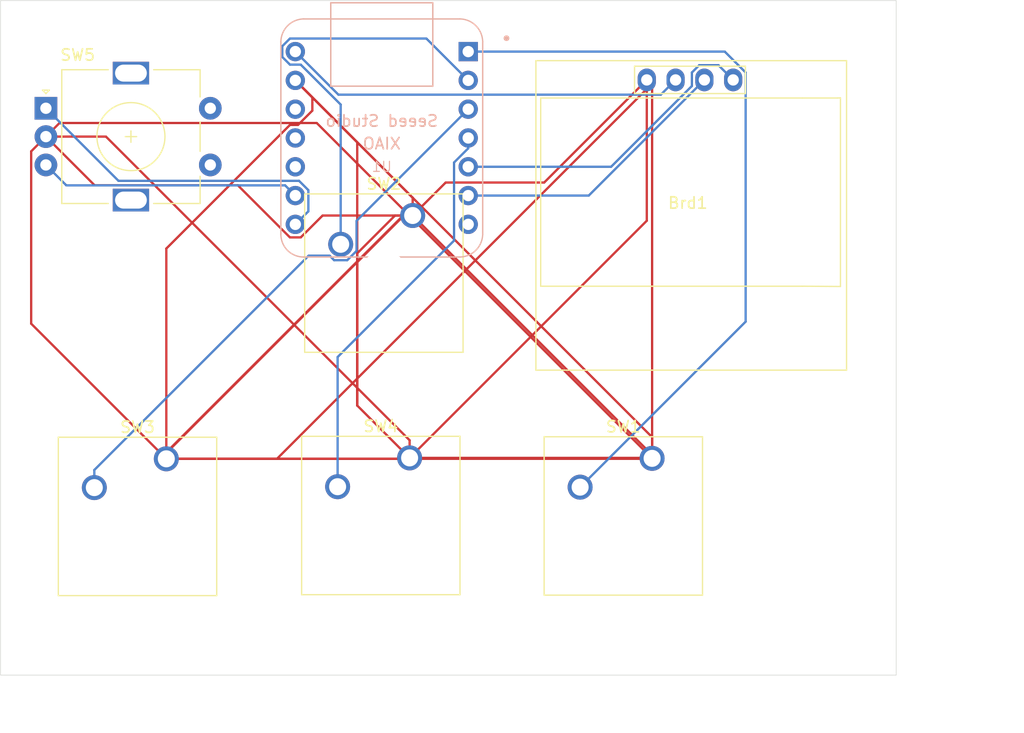
<source format=kicad_pcb>
(kicad_pcb (version 20240108) (generator "pcbnew") (generator_version "8.0")
  (layers (0 "F.Cu" signal) (31 "B.Cu" signal) (34 "B.Paste" user) (35 "F.Paste" user) (36 "B.SilkS" user "B.Silkscreen") (37 "F.SilkS" user "F.Silkscreen") (38 "B.Mask" user) (39 "F.Mask" user) (44 "Edge.Cuts" user))
  (net 0 "")
  (net 1 "SCL")
  (net 2 "SDA")
  (net 3 "GND")
  (net 4 "VCC")
  (net 5 "LED")
  (net 6 "1")
  (net 7 "2")
  (net 8 "3")
  (net 9 "4")
  (net 10 "A")
  (net 11 "B")
  (net 12 "5")
  (footprint "Button_Switch_Keyboard:SW_Cherry_MX_1.00u_PCB" (layer "F.Cu") (at 39.12 59.42)
    (property "Reference" "SW3" (at -2.54 -2.794 0) (layer "F.SilkS"))
    (property "Value" "SW_Push")
    (fp_line (start -9.525 -1.905) (end 4.445 -1.905) (stroke (width 0.12)) (layer "F.SilkS"))
    (fp_line (start -9.525 12.065) (end -9.525 -1.905) (stroke (width 0.12)) (layer "F.SilkS"))
    (fp_line (start 4.445 -1.905) (end 4.445 12.065) (stroke (width 0.12)) (layer "F.SilkS"))
    (fp_line (start 4.445 12.065) (end -9.525 12.065) (stroke (width 0.12)) (layer "F.SilkS"))
    (pad "" np_thru_hole circle (at -7.62 5.08) (size 1.7 1.7) (drill 1.7) (layers "*.Cu" "*.Mask"))
    (pad "" np_thru_hole circle (at -2.54 5.08) (size 4 4) (drill 4) (layers "*.Cu" "*.Mask"))
    (pad "" np_thru_hole circle (at 2.54 5.08) (size 1.7 1.7) (drill 1.7) (layers "*.Cu" "*.Mask"))
    (pad "1" thru_hole circle (at 0 0) (size 2.2 2.2) (drill 1.5) (layers "*.Cu" "*.Mask") (net 3 "GND"))
    (pad "2" thru_hole circle (at -6.35 2.54) (size 2.2 2.2) (drill 1.5) (layers "*.Cu" "*.Mask") (net 8 "3"))
  )
  (footprint "Rotary_Encoder:RotaryEncoder_Alps_EC11E-Switch_Vertical_H20mm" (layer "F.Cu") (at 28.5 28.5)
    (property "Reference" "SW5" (at 2.8 -4.7 0) (layer "F.SilkS"))
    (property "Value" "RotaryEncoder")
    (fp_line (start -0.3 -1.6) (end 0.3 -1.6) (stroke (width 0.12)) (layer "F.SilkS"))
    (fp_line (start 0 -1.3) (end -0.3 -1.6) (stroke (width 0.12)) (layer "F.SilkS"))
    (fp_line (start 0.3 -1.6) (end 0 -1.3) (stroke (width 0.12)) (layer "F.SilkS"))
    (fp_line (start 1.4 -3.4) (end 1.4 8.4) (stroke (width 0.12)) (layer "F.SilkS"))
    (fp_line (start 5.5 -3.4) (end 1.4 -3.4) (stroke (width 0.12)) (layer "F.SilkS"))
    (fp_line (start 5.5 8.4) (end 1.4 8.4) (stroke (width 0.12)) (layer "F.SilkS"))
    (fp_line (start 7 2.5) (end 8 2.5) (stroke (width 0.12)) (layer "F.SilkS"))
    (fp_line (start 7.5 2) (end 7.5 3) (stroke (width 0.12)) (layer "F.SilkS"))
    (fp_line (start 9.5 -3.4) (end 13.6 -3.4) (stroke (width 0.12)) (layer "F.SilkS"))
    (fp_line (start 13.6 -3.4) (end 13.6 -1) (stroke (width 0.12)) (layer "F.SilkS"))
    (fp_line (start 13.6 1.2) (end 13.6 3.8) (stroke (width 0.12)) (layer "F.SilkS"))
    (fp_line (start 13.6 6) (end 13.6 8.4) (stroke (width 0.12)) (layer "F.SilkS"))
    (fp_line (start 13.6 8.4) (end 9.5 8.4) (stroke (width 0.12)) (layer "F.SilkS"))
    (fp_circle (center 7.5 2.5) (end 10.5 2.5) (stroke (width 0.12)) (fill none) (layer "F.SilkS"))
    (pad "A" thru_hole rect (at 0 0) (size 2 2) (drill 1) (layers "*.Cu" "*.Mask") (net 10 "A"))
    (pad "B" thru_hole circle (at 0 5) (size 2 2) (drill 1) (layers "*.Cu" "*.Mask") (net 11 "B"))
    (pad "C" thru_hole circle (at 0 2.5) (size 2 2) (drill 1) (layers "*.Cu" "*.Mask") (net 3 "GND"))
    (pad "MP" thru_hole rect (at 7.5 -3.1) (size 3.2 2) (drill oval 2.8 1.5) (layers "*.Cu" "*.Mask"))
    (pad "MP" thru_hole rect (at 7.5 8.1) (size 3.2 2) (drill oval 2.8 1.5) (layers "*.Cu" "*.Mask"))
    (pad "S1" thru_hole circle (at 14.5 5) (size 2 2) (drill 1) (layers "*.Cu" "*.Mask"))
    (pad "S2" thru_hole circle (at 14.5 0) (size 2 2) (drill 1) (layers "*.Cu" "*.Mask"))
  )
  (footprint "Button_Switch_Keyboard:SW_Cherry_MX_1.00u_PCB" (layer "F.Cu") (at 60.85 37.96)
    (property "Reference" "SW2" (at -2.54 -2.794 0) (layer "F.SilkS"))
    (property "Value" "SW_Push")
    (fp_line (start -9.525 -1.905) (end 4.445 -1.905) (stroke (width 0.12)) (layer "F.SilkS"))
    (fp_line (start -9.525 12.065) (end -9.525 -1.905) (stroke (width 0.12)) (layer "F.SilkS"))
    (fp_line (start 4.445 -1.905) (end 4.445 12.065) (stroke (width 0.12)) (layer "F.SilkS"))
    (fp_line (start 4.445 12.065) (end -9.525 12.065) (stroke (width 0.12)) (layer "F.SilkS"))
    (pad "" np_thru_hole circle (at -7.62 5.08) (size 1.7 1.7) (drill 1.7) (layers "*.Cu" "*.Mask"))
    (pad "" np_thru_hole circle (at -2.54 5.08) (size 4 4) (drill 4) (layers "*.Cu" "*.Mask"))
    (pad "" np_thru_hole circle (at 2.54 5.08) (size 1.7 1.7) (drill 1.7) (layers "*.Cu" "*.Mask"))
    (pad "1" thru_hole circle (at 0 0) (size 2.2 2.2) (drill 1.5) (layers "*.Cu" "*.Mask") (net 3 "GND"))
    (pad "2" thru_hole circle (at -6.35 2.54) (size 2.2 2.2) (drill 1.5) (layers "*.Cu" "*.Mask") (net 7 "2"))
  )
  (footprint "Button_Switch_Keyboard:SW_Cherry_MX_1.00u_PCB" (layer "F.Cu") (at 60.58 59.34)
    (property "Reference" "SW4" (at -2.54 -2.794 0) (layer "F.SilkS"))
    (property "Value" "SW_Push")
    (fp_line (start -9.525 -1.905) (end 4.445 -1.905) (stroke (width 0.12)) (layer "F.SilkS"))
    (fp_line (start -9.525 12.065) (end -9.525 -1.905) (stroke (width 0.12)) (layer "F.SilkS"))
    (fp_line (start 4.445 -1.905) (end 4.445 12.065) (stroke (width 0.12)) (layer "F.SilkS"))
    (fp_line (start 4.445 12.065) (end -9.525 12.065) (stroke (width 0.12)) (layer "F.SilkS"))
    (pad "" np_thru_hole circle (at -7.62 5.08) (size 1.7 1.7) (drill 1.7) (layers "*.Cu" "*.Mask"))
    (pad "" np_thru_hole circle (at -2.54 5.08) (size 4 4) (drill 4) (layers "*.Cu" "*.Mask"))
    (pad "" np_thru_hole circle (at 2.54 5.08) (size 1.7 1.7) (drill 1.7) (layers "*.Cu" "*.Mask"))
    (pad "1" thru_hole circle (at 0 0) (size 2.2 2.2) (drill 1.5) (layers "*.Cu" "*.Mask") (net 3 "GND"))
    (pad "2" thru_hole circle (at -6.35 2.54) (size 2.2 2.2) (drill 1.5) (layers "*.Cu" "*.Mask") (net 9 "4"))
  )
  (footprint "Button_Switch_Keyboard:SW_Cherry_MX_1.00u_PCB" (layer "F.Cu") (at 81.97 59.38)
    (property "Reference" "SW1" (at -2.54 -2.794 0) (layer "F.SilkS"))
    (property "Value" "SW_Push")
    (fp_line (start -9.525 -1.905) (end 4.445 -1.905) (stroke (width 0.12)) (layer "F.SilkS"))
    (fp_line (start -9.525 12.065) (end -9.525 -1.905) (stroke (width 0.12)) (layer "F.SilkS"))
    (fp_line (start 4.445 -1.905) (end 4.445 12.065) (stroke (width 0.12)) (layer "F.SilkS"))
    (fp_line (start 4.445 12.065) (end -9.525 12.065) (stroke (width 0.12)) (layer "F.SilkS"))
    (pad "" np_thru_hole circle (at -7.62 5.08) (size 1.7 1.7) (drill 1.7) (layers "*.Cu" "*.Mask"))
    (pad "" np_thru_hole circle (at -2.54 5.08) (size 4 4) (drill 4) (layers "*.Cu" "*.Mask"))
    (pad "" np_thru_hole circle (at 2.54 5.08) (size 1.7 1.7) (drill 1.7) (layers "*.Cu" "*.Mask"))
    (pad "1" thru_hole circle (at 0 0) (size 2.2 2.2) (drill 1.5) (layers "*.Cu" "*.Mask") (net 3 "GND"))
    (pad "2" thru_hole circle (at -6.35 2.54) (size 2.2 2.2) (drill 1.5) (layers "*.Cu" "*.Mask") (net 6 "1"))
  )
  (footprint "SSD1306:128x64OLED" (layer "F.Cu") (at 85.12 36.6)
    (property "Reference" "Brd1" (at 0 0.254 0) (layer "F.SilkS"))
    (property "Value" "SSD1306")
    (fp_line (start -13.4 -12.3) (end 14 -12.3) (stroke (width 0.12)) (layer "F.SilkS"))
    (fp_line (start -13.4 15) (end -13.4 -12.3) (stroke (width 0.12)) (layer "F.SilkS"))
    (fp_line (start -12.978 -9.005) (end 10.122 -9.005) (stroke (width 0.12)) (layer "F.SilkS"))
    (fp_line (start -12.978 7.595) (end -12.978 -9.005) (stroke (width 0.12)) (layer "F.SilkS"))
    (fp_line (start -4.699 -11.811) (end -4.699 -9.398) (stroke (width 0.12)) (layer "F.SilkS"))
    (fp_line (start -4.699 -11.811) (end 5.08 -11.811) (stroke (width 0.12)) (layer "F.SilkS"))
    (fp_line (start 5.08 -11.811) (end 5.08 -9.398) (stroke (width 0.12)) (layer "F.SilkS"))
    (fp_line (start 5.08 -9.398) (end -4.699 -9.398) (stroke (width 0.12)) (layer "F.SilkS"))
    (fp_line (start 10.122 -9.005) (end 13.208 -9.005) (stroke (width 0.12)) (layer "F.SilkS"))
    (fp_line (start 10.122 7.595) (end -12.978 7.595) (stroke (width 0.12)) (layer "F.SilkS"))
    (fp_line (start 10.122 7.595) (end 13.462 7.62) (stroke (width 0.12)) (layer "F.SilkS"))
    (fp_line (start 13.462 -9.017) (end 13.208 -9.005) (stroke (width 0.12)) (layer "F.SilkS"))
    (fp_line (start 13.462 7.62) (end 13.462 -9.017) (stroke (width 0.12)) (layer "F.SilkS"))
    (fp_line (start 14 -12.3) (end 14 15) (stroke (width 0.12)) (layer "F.SilkS"))
    (fp_line (start 14 15) (end -13.4 15) (stroke (width 0.12)) (layer "F.SilkS"))
    (pad "1" thru_hole oval (at -3.62 -10.6 90) (size 2 1.6) (drill 1) (layers "*.Cu" "*.Mask") (net 3 "GND"))
    (pad "2" thru_hole oval (at -1.08 -10.6 90) (size 2 1.6) (drill 1) (layers "*.Cu" "*.Mask") (net 4 "VCC"))
    (pad "3" thru_hole oval (at 1.46 -10.6 90) (size 2 1.6) (drill 1) (layers "*.Cu" "*.Mask") (net 1 "SCL"))
    (pad "4" thru_hole oval (at 4 -10.6 90) (size 2 1.6) (drill 1) (layers "*.Cu" "*.Mask") (net 2 "SDA"))
  )
  (footprint "Seeed Studio XIAO Series Library:XIAO-Generic-Thruhole-14P-2.54-21X17.8MM" (layer "B.Cu") (at 58.125 31.12 180)
    (property "Reference" "U1" (at 0 -2.54 0) (layer "B.SilkS") (effects (font (size 0.889 0.889) (thickness 0.1016)) (justify mirror)))
    (property "Value" "Seeed Studio XIAO SAMD21" (hide yes))
    (fp_line (start 8.9 8.5) (end 8.9 -8.5) (stroke (width 0.127)) (layer "B.SilkS"))
    (fp_line (start 6.9 -10.5) (end -6.9 -10.5) (stroke (width 0.127)) (layer "B.SilkS"))
    (fp_line (start 4.5 11.92403) (end -4.5 11.92403) (stroke (width 0.127)) (layer "B.SilkS"))
    (fp_line (start 4.5 4.57073) (end 4.5 11.92403) (stroke (width 0.127)) (layer "B.SilkS"))
    (fp_line (start -4.5 11.92403) (end -4.5 4.57073) (stroke (width 0.127)) (layer "B.SilkS"))
    (fp_line (start -4.5 4.57073) (end 4.5 4.57073) (stroke (width 0.127)) (layer "B.SilkS"))
    (fp_line (start -6.9 10.49909) (end 6.9 10.49909) (stroke (width 0.127)) (layer "B.SilkS"))
    (fp_line (start -8.9 -8.5) (end -8.9 8.5) (stroke (width 0.127)) (layer "B.SilkS"))
    (fp_arc (start 8.9 8.5) (mid 8.301492 9.901492) (end 6.9 10.5) (stroke (width 0.12)) (layer "B.SilkS"))
    (fp_arc (start 6.9 -10.5) (mid 8.314214 -9.914214) (end 8.9 -8.5) (stroke (width 0.12)) (layer "B.SilkS"))
    (fp_arc (start -6.9 10.5) (mid -8.301491 9.901491) (end -8.9 8.5) (stroke (width 0.12)) (layer "B.SilkS"))
    (fp_arc (start -8.9 -8.5) (mid -8.301423 -9.901423) (end -6.9 -10.5) (stroke (width 0.12)) (layer "B.SilkS"))
    (fp_circle (center -11 8.8) (end -11 9.054) (fill solid) (layer "B.SilkS"))
    (fp_poly (pts (xy -8.887715 8.561705) (xy -8.884667 8.610473) (xy -8.880603 8.659494)) (stroke (width 0.0254)) (fill none) (layer "B.SilkS"))
    (fp_poly (pts (xy 8.889492 -8.521574) (xy 8.887713 -8.57085) (xy 8.884665 -8.619618) (xy 8.880601 -8.668639) (xy 8.875268 -8.717407) (xy 8.868664 -8.766175) (xy 8.861044 -8.81469) (xy 8.852153 -8.86295) (xy 8.842248 -8.910955)) (stroke (width 0.0254)) (fill none) (layer "B.SilkS"))
    (fp_text user "XIAO" (at 0 -0.5 0) (layer "B.SilkS") (effects (justify mirror)))
    (fp_text user "Seeed Studio" (at 0 1.5 0) (layer "B.SilkS") (effects (justify mirror)))
    (pad "1" thru_hole rect (at -7.625 7.62 180) (size 1.7 1.7) (drill 1) (layers "*.Cu" "*.Mask") (net 6 "1"))
    (pad "2" thru_hole circle (at -7.625 5.08 180) (size 1.7 1.7) (drill 1) (layers "*.Cu" "*.Mask") (net 7 "2"))
    (pad "3" thru_hole circle (at -7.625 2.54 180) (size 1.7 1.7) (drill 1) (layers "*.Cu" "*.Mask") (net 8 "3"))
    (pad "4" thru_hole circle (at -7.625 0 180) (size 1.7 1.7) (drill 1) (layers "*.Cu" "*.Mask") (net 9 "4"))
    (pad "5" thru_hole circle (at -7.625 -2.54 180) (size 1.7 1.7) (drill 1) (layers "*.Cu" "*.Mask") (net 2 "SDA"))
    (pad "6" thru_hole circle (at -7.625 -5.08) (size 1.7 1.7) (drill 1) (layers "*.Cu" "*.Mask") (net 1 "SCL"))
    (pad "7" thru_hole circle (at -7.625 -7.62 180) (size 1.7 1.7) (drill 1) (layers "*.Cu" "*.Mask") (net 12 "5"))
    (pad "8" thru_hole circle (at 7.625 -7.62 180) (size 1.7 1.7) (drill 1) (layers "*.Cu" "*.Mask") (net 10 "A"))
    (pad "9" thru_hole circle (at 7.625 -5.08 180) (size 1.7 1.7) (drill 1) (layers "*.Cu" "*.Mask") (net 11 "B"))
    (pad "10" thru_hole circle (at 7.625 -2.54 180) (size 1.7 1.7) (drill 1) (layers "*.Cu" "*.Mask"))
    (pad "11" thru_hole circle (at 7.625 0 180) (size 1.7 1.7) (drill 1) (layers "*.Cu" "*.Mask") (net 5 "LED"))
    (pad "12" thru_hole circle (at 7.625 2.54 180) (size 1.7 1.7) (drill 1) (layers "*.Cu" "*.Mask"))
    (pad "13" thru_hole circle (at 7.625 5.08 180) (size 1.7 1.7) (drill 1) (layers "*.Cu" "*.Mask") (net 3 "GND"))
    (pad "14" thru_hole circle (at 7.625 7.62 180) (size 1.7 1.7) (drill 1) (layers "*.Cu" "*.Mask") (net 4 "VCC"))
  )
  (gr_rect (start 24.5 19) (end 103.5 78.5) (stroke (width 0.05)) (fill none) (layer "Edge.Cuts"))
  (segment (start 76.38 36.2) (end 86.58 26) (width 0.2) (layer "B.Cu") (net 1))
  (segment (start 65.75 36.2) (end 76.38 36.2) (width 0.2) (layer "B.Cu") (net 1))
  (segment (start 85.48 26.534314) (end 85.48 25.344365) (width 0.2) (layer "B.Cu") (net 2))
  (segment (start 87.82 24.7) (end 89.12 26) (width 0.2) (layer "B.Cu") (net 2))
  (segment (start 78.354314 33.66) (end 85.48 26.534314) (width 0.2) (layer "B.Cu") (net 2))
  (segment (start 85.48 25.344365) (end 86.124365 24.7) (width 0.2) (layer "B.Cu") (net 2))
  (segment (start 65.75 33.66) (end 78.354314 33.66) (width 0.2) (layer "B.Cu") (net 2))
  (segment (start 86.124365 24.7) (end 87.82 24.7) (width 0.2) (layer "B.Cu") (net 2))
  (segment (start 55.96 54.72) (end 55.96 42.066598) (width 0.2) (layer "F.Cu") (net 3))
  (segment (start 60.85 37.96) (end 81.97 59.08) (width 0.2) (layer "F.Cu") (net 3))
  (segment (start 39.12 59.42) (end 81.93 59.42) (width 0.2) (layer "F.Cu") (net 3))
  (segment (start 81.97 59.08) (end 81.97 59.38) (width 0.2) (layer "F.Cu") (net 3))
  (segment (start 50.976346 39.89) (end 50.023654 39.89) (width 0.2) (layer "F.Cu") (net 3))
  (segment (start 60.85 37.96) (end 59.294366 37.96) (width 0.2) (layer "F.Cu") (net 3))
  (segment (start 60.85 37.96) (end 63.76 35.05) (width 0.2) (layer "F.Cu") (net 3))
  (segment (start 50.023654 39.89) (end 45.433654 35.3) (width 0.2) (layer "F.Cu") (net 3))
  (segment (start 33.795634 31) (end 28.5 31) (width 0.2) (layer "F.Cu") (net 3))
  (segment (start 32.8 35.3) (end 28.5 31) (width 0.2) (layer "F.Cu") (net 3))
  (segment (start 81.5 38.42) (end 81.5 26) (width 0.2) (layer "F.Cu") (net 3))
  (segment (start 81.97 26.47) (end 81.5 26) (width 0.2) (layer "F.Cu") (net 3))
  (segment (start 55.96 41.294366) (end 55.96 54.72) (width 0.2) (layer "F.Cu") (net 3))
  (segment (start 60.58 59.34) (end 60.58 57.784366) (width 0.2) (layer "F.Cu") (net 3))
  (segment (start 81.5 26.8) (end 81.5 26) (width 0.2) (layer "F.Cu") (net 3))
  (segment (start 60.58 59.34) (end 81.5 38.42) (width 0.2) (layer "F.Cu") (net 3))
  (segment (start 29.7 29.8) (end 28.5 31) (width 0.2) (layer "F.Cu") (net 3))
  (segment (start 52 27.54) (end 50.5 26.04) (width 0.2) (layer "F.Cu") (net 3))
  (segment (start 39.12 59.42) (end 60.5 59.42) (width 0.2) (layer "F.Cu") (net 3))
  (segment (start 52 28.706346) (end 52 27.54) (width 0.2) (layer "F.Cu") (net 3))
  (segment (start 81.97 59.38) (end 81.97 57.51) (width 0.2) (layer "F.Cu") (net 3))
  (segment (start 55.96 54.72) (end 60.58 59.34) (width 0.2) (layer "F.Cu") (net 3))
  (segment (start 60.85 37.96) (end 60.85 36.39) (width 0.2) (layer "F.Cu") (net 3))
  (segment (start 59.294366 37.96) (end 55.96 41.294366) (width 0.2) (layer "F.Cu") (net 3))
  (segment (start 81.93 59.42) (end 81.97 59.38) (width 0.2) (layer "F.Cu") (net 3))
  (segment (start 39.12 40.873654) (end 50.023654 29.97) (width 0.2) (layer "F.Cu") (net 3))
  (segment (start 50.023654 29.97) (end 50.736346 29.97) (width 0.2) (layer "F.Cu") (net 3))
  (segment (start 60.007056 37.96) (end 39.12 58.847056) (width 0.2) (layer "F.Cu") (net 3))
  (segment (start 39.12 58.906598) (end 60.066598 37.96) (width 0.2) (layer "F.Cu") (net 3))
  (segment (start 60.066598 37.96) (end 60.85 37.96) (width 0.2) (layer "F.Cu") (net 3))
  (segment (start 39.12 59.42) (end 27.2 47.5) (width 0.2) (layer "F.Cu") (net 3))
  (segment (start 27.2 47.5) (end 27.2 32.3) (width 0.2) (layer "F.Cu") (net 3))
  (segment (start 55.96 42.066598) (end 60.066598 37.96) (width 0.2) (layer "F.Cu") (net 3))
  (segment (start 52.906346 37.96) (end 50.976346 39.89) (width 0.2) (layer "F.Cu") (net 3))
  (segment (start 60.85 37.96) (end 60.007056 37.96) (width 0.2) (layer "F.Cu") (net 3))
  (segment (start 60.5 59.42) (end 60.58 59.34) (width 0.2) (layer "F.Cu") (net 3))
  (segment (start 81.97 59.38) (end 81.97 26.47) (width 0.2) (layer "F.Cu") (net 3))
  (segment (start 60.58 59.34) (end 81.93 59.34) (width 0.2) (layer "F.Cu") (net 3))
  (segment (start 60.58 57.784366) (end 33.795634 31) (width 0.2) (layer "F.Cu") (net 3))
  (segment (start 52.39 29.8) (end 29.7 29.8) (width 0.2) (layer "F.Cu") (net 3))
  (segment (start 39.12 58.847056) (end 39.12 59.42) (width 0.2) (layer "F.Cu") (net 3))
  (segment (start 60.85 37.96) (end 52.906346 37.96) (width 0.2) (layer "F.Cu") (net 3))
  (segment (start 81.93 59.34) (end 81.97 59.38) (width 0.2) (layer "F.Cu") (net 3))
  (segment (start 39.12 59.42) (end 39.12 40.873654) (width 0.2) (layer "F.Cu") (net 3))
  (segment (start 63.76 35.05) (end 72.45 35.05) (width 0.2) (layer "F.Cu") (net 3))
  (segment (start 39.12 59.42) (end 48.88 59.42) (width 0.2) (layer "F.Cu") (net 3))
  (segment (start 50.736346 29.97) (end 52 28.706346) (width 0.2) (layer "F.Cu") (net 3))
  (segment (start 81.97 59.38) (end 52.39 29.8) (width 0.2) (layer "F.Cu") (net 3))
  (segment (start 27.2 32.3) (end 28.5 31) (width 0.2) (layer "F.Cu") (net 3))
  (segment (start 55.96 54.72) (end 55.96 31.5) (width 0.2) (layer "F.Cu") (net 3))
  (segment (start 55.96 31.5) (end 50.5 26.04) (width 0.2) (layer "F.Cu") (net 3))
  (segment (start 45.433654 35.3) (end 32.8 35.3) (width 0.2) (layer "F.Cu") (net 3))
  (segment (start 48.88 59.42) (end 81.5 26.8) (width 0.2) (layer "F.Cu") (net 3))
  (segment (start 39.12 59.42) (end 39.12 58.906598) (width 0.2) (layer "F.Cu") (net 3))
  (segment (start 72.45 35.05) (end 81.5 26) (width 0.2) (layer "F.Cu") (net 3))
  (segment (start 60.85 36.39) (end 50.5 26.04) (width 0.2) (layer "F.Cu") (net 3))
  (segment (start 81.97 57.51) (end 50.5 26.04) (width 0.2) (layer "F.Cu") (net 3))
  (segment (start 82.74 27.3) (end 84.04 26) (width 0.2) (layer "B.Cu") (net 4))
  (segment (start 54.3 27.3) (end 82.74 27.3) (width 0.2) (layer "B.Cu") (net 4))
  (segment (start 50.5 23.5) (end 54.3 27.3) (width 0.2) (layer "B.Cu") (net 4))
  (segment (start 90.22 47.32) (end 75.62 61.92) (width 0.2) (layer "B.Cu") (net 6))
  (segment (start 65.75 23.5) (end 88.375635 23.5) (width 0.2) (layer "B.Cu") (net 6))
  (segment (start 90.22 25.344365) (end 90.22 47.32) (width 0.2) (layer "B.Cu") (net 6))
  (segment (start 88.375635 23.5) (end 90.22 25.344365) (width 0.2) (layer "B.Cu") (net 6))
  (segment (start 50.976346 24.65) (end 50.023654 24.65) (width 0.2) (layer "B.Cu") (net 7))
  (segment (start 54.5 28.173654) (end 50.976346 24.65) (width 0.2) (layer "B.Cu") (net 7))
  (segment (start 49.35 23.976346) (end 49.35 23.023654) (width 0.2) (layer "B.Cu") (net 7))
  (segment (start 49.35 23.023654) (end 50.023654 22.35) (width 0.2) (layer "B.Cu") (net 7))
  (segment (start 54.5 40.5) (end 54.5 28.173654) (width 0.2) (layer "B.Cu") (net 7))
  (segment (start 50.023654 22.35) (end 62.06 22.35) (width 0.2) (layer "B.Cu") (net 7))
  (segment (start 50.023654 24.65) (end 49.35 23.976346) (width 0.2) (layer "B.Cu") (net 7))
  (segment (start 62.06 22.35) (end 65.75 26.04) (width 0.2) (layer "B.Cu") (net 7))
  (segment (start 53.520101 41.5) (end 51.674366 41.5) (width 0.2) (layer "B.Cu") (net 8))
  (segment (start 53.920101 41.9) (end 53.520101 41.5) (width 0.2) (layer "B.Cu") (net 8))
  (segment (start 65.75 28.58) (end 55.9 38.43) (width 0.2) (layer "B.Cu") (net 8))
  (segment (start 55.9 38.43) (end 55.9 41.079899) (width 0.2) (layer "B.Cu") (net 8))
  (segment (start 51.674366 41.5) (end 32.77 60.404366) (width 0.2) (layer "B.Cu") (net 8))
  (segment (start 32.77 60.404366) (end 32.77 61.96) (width 0.2) (layer "B.Cu") (net 8))
  (segment (start 55.9 41.079899) (end 55.079899 41.9) (width 0.2) (layer "B.Cu") (net 8))
  (segment (start 55.079899 41.9) (end 53.920101 41.9) (width 0.2) (layer "B.Cu") (net 8))
  (segment (start 64.5 40.173402) (end 54.23 50.443402) (width 0.2) (layer "B.Cu") (net 9))
  (segment (start 65.75 31.12) (end 65.75 32.033654) (width 0.2) (layer "B.Cu") (net 9))
  (segment (start 64.5 33.283654) (end 64.5 40.173402) (width 0.2) (layer "B.Cu") (net 9))
  (segment (start 54.23 50.443402) (end 54.23 61.88) (width 0.2) (layer "B.Cu") (net 9))
  (segment (start 65.75 32.033654) (end 64.5 33.283654) (width 0.2) (layer "B.Cu") (net 9))
  (segment (start 50.826346 34.9) (end 34.9 34.9) (width 0.2) (layer "B.Cu") (net 10))
  (segment (start 34.9 34.9) (end 28.5 28.5) (width 0.2) (layer "B.Cu") (net 10))
  (segment (start 51.65 37.59) (end 51.65 35.723654) (width 0.2) (layer "B.Cu") (net 10))
  (segment (start 50.5 38.74) (end 51.65 37.59) (width 0.2) (layer "B.Cu") (net 10))
  (segment (start 51.65 35.723654) (end 50.826346 34.9) (width 0.2) (layer "B.Cu") (net 10))
  (segment (start 49.6 35.3) (end 30.3 35.3) (width 0.2) (layer "B.Cu") (net 11))
  (segment (start 50.5 36.2) (end 49.6 35.3) (width 0.2) (layer "B.Cu") (net 11))
  (segment (start 30.3 35.3) (end 28.5 33.5) (width 0.2) (layer "B.Cu") (net 11))
)
</source>
